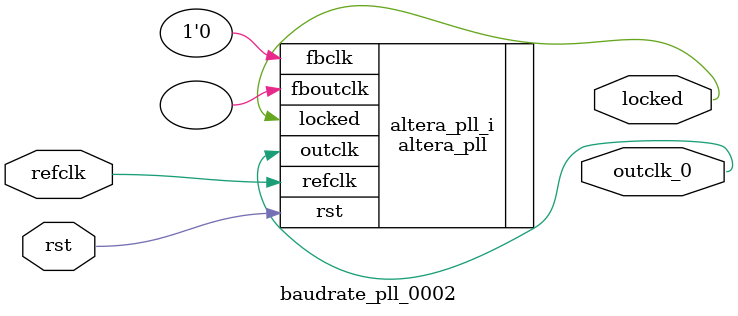
<source format=v>
`timescale 1ns/10ps
module  baudrate_pll_0002(

	// interface 'refclk'
	input wire refclk,

	// interface 'reset'
	input wire rst,

	// interface 'outclk0'
	output wire outclk_0,

	// interface 'locked'
	output wire locked
);

	altera_pll #(
		.fractional_vco_multiplier("false"),
		.reference_clock_frequency("50.0 MHz"),
		.operation_mode("direct"),
		.number_of_clocks(1),
		.output_clock_frequency0("25.000000 MHz"),
		.phase_shift0("0 ps"),
		.duty_cycle0(50),
		.output_clock_frequency1("0 MHz"),
		.phase_shift1("0 ps"),
		.duty_cycle1(50),
		.output_clock_frequency2("0 MHz"),
		.phase_shift2("0 ps"),
		.duty_cycle2(50),
		.output_clock_frequency3("0 MHz"),
		.phase_shift3("0 ps"),
		.duty_cycle3(50),
		.output_clock_frequency4("0 MHz"),
		.phase_shift4("0 ps"),
		.duty_cycle4(50),
		.output_clock_frequency5("0 MHz"),
		.phase_shift5("0 ps"),
		.duty_cycle5(50),
		.output_clock_frequency6("0 MHz"),
		.phase_shift6("0 ps"),
		.duty_cycle6(50),
		.output_clock_frequency7("0 MHz"),
		.phase_shift7("0 ps"),
		.duty_cycle7(50),
		.output_clock_frequency8("0 MHz"),
		.phase_shift8("0 ps"),
		.duty_cycle8(50),
		.output_clock_frequency9("0 MHz"),
		.phase_shift9("0 ps"),
		.duty_cycle9(50),
		.output_clock_frequency10("0 MHz"),
		.phase_shift10("0 ps"),
		.duty_cycle10(50),
		.output_clock_frequency11("0 MHz"),
		.phase_shift11("0 ps"),
		.duty_cycle11(50),
		.output_clock_frequency12("0 MHz"),
		.phase_shift12("0 ps"),
		.duty_cycle12(50),
		.output_clock_frequency13("0 MHz"),
		.phase_shift13("0 ps"),
		.duty_cycle13(50),
		.output_clock_frequency14("0 MHz"),
		.phase_shift14("0 ps"),
		.duty_cycle14(50),
		.output_clock_frequency15("0 MHz"),
		.phase_shift15("0 ps"),
		.duty_cycle15(50),
		.output_clock_frequency16("0 MHz"),
		.phase_shift16("0 ps"),
		.duty_cycle16(50),
		.output_clock_frequency17("0 MHz"),
		.phase_shift17("0 ps"),
		.duty_cycle17(50),
		.pll_type("General"),
		.pll_subtype("General")
	) altera_pll_i (
		.rst	(rst),
		.outclk	({outclk_0}),
		.locked	(locked),
		.fboutclk	( ),
		.fbclk	(1'b0),
		.refclk	(refclk)
	);
endmodule


</source>
